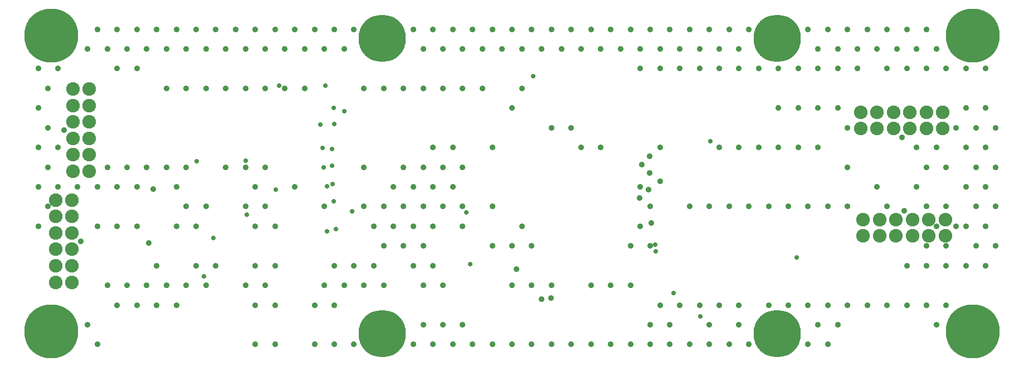
<source format=gbs>
G04*
G04 #@! TF.GenerationSoftware,Altium Limited,Altium Designer,24.0.1 (36)*
G04*
G04 Layer_Color=16711935*
%FSLAX44Y44*%
%MOMM*%
G71*
G04*
G04 #@! TF.SameCoordinates,BB923111-6D0E-4387-AAE4-9FFB48530C1F*
G04*
G04*
G04 #@! TF.FilePolarity,Negative*
G04*
G01*
G75*
%ADD24C,7.2000*%
%ADD25C,2.0750*%
%ADD26C,0.8750*%
%ADD27C,8.2000*%
%ADD28C,0.9000*%
%ADD29C,0.7000*%
D24*
X553060Y496160D02*
D03*
X1153060Y46160D02*
D03*
Y496160D02*
D03*
X553060Y46160D02*
D03*
D25*
X82550Y418770D02*
D03*
Y393770D02*
D03*
Y368770D02*
D03*
Y343770D02*
D03*
Y318770D02*
D03*
Y293770D02*
D03*
X107550Y418770D02*
D03*
Y393770D02*
D03*
Y368770D02*
D03*
Y343770D02*
D03*
Y318770D02*
D03*
Y293770D02*
D03*
X1283700Y195280D02*
D03*
X1308700D02*
D03*
X1333700D02*
D03*
X1358700D02*
D03*
X1383700D02*
D03*
X1408700D02*
D03*
X1283700Y220280D02*
D03*
X1308700D02*
D03*
X1333700D02*
D03*
X1358700D02*
D03*
X1383700D02*
D03*
X1408700D02*
D03*
X1404890Y383840D02*
D03*
X1379890D02*
D03*
X1354890D02*
D03*
X1329890D02*
D03*
X1304890D02*
D03*
X1279890D02*
D03*
X1404890Y358840D02*
D03*
X1379890D02*
D03*
X1354890D02*
D03*
X1329890D02*
D03*
X1304890D02*
D03*
X1279890D02*
D03*
X56500Y249790D02*
D03*
Y224790D02*
D03*
Y199790D02*
D03*
Y174790D02*
D03*
Y149790D02*
D03*
Y124790D02*
D03*
X81500Y249790D02*
D03*
Y224790D02*
D03*
Y199790D02*
D03*
Y174790D02*
D03*
Y149790D02*
D03*
Y124790D02*
D03*
D26*
X69150Y356270D02*
D03*
X1346200Y233680D02*
D03*
X1342390Y345440D02*
D03*
X94900Y187290D02*
D03*
D27*
X50000Y50000D02*
D03*
X1450000Y500000D02*
D03*
Y50000D02*
D03*
X50000Y500000D02*
D03*
D28*
X1470000Y450000D02*
D03*
Y390000D02*
D03*
X1485000Y360000D02*
D03*
X1470000Y330000D02*
D03*
X1485000Y300000D02*
D03*
X1470000Y270000D02*
D03*
X1485000Y240000D02*
D03*
X1470000Y210000D02*
D03*
X1485000Y180000D02*
D03*
X1470000Y150000D02*
D03*
X1440000Y450000D02*
D03*
Y390000D02*
D03*
X1455000Y360000D02*
D03*
X1440000Y330000D02*
D03*
X1455000Y300000D02*
D03*
X1440000Y270000D02*
D03*
X1455000Y240000D02*
D03*
X1440000Y210000D02*
D03*
X1455000Y180000D02*
D03*
X1440000Y150000D02*
D03*
X1410000Y450000D02*
D03*
X1425000Y360000D02*
D03*
X1410000Y150000D02*
D03*
Y90000D02*
D03*
X1380000Y510000D02*
D03*
X1395000Y480000D02*
D03*
X1380000Y450000D02*
D03*
Y150000D02*
D03*
Y90000D02*
D03*
X1395000Y60000D02*
D03*
X1350000Y510000D02*
D03*
X1365000Y480000D02*
D03*
X1350000Y450000D02*
D03*
Y150000D02*
D03*
Y90000D02*
D03*
X1320000Y510000D02*
D03*
X1335000Y480000D02*
D03*
X1320000Y450000D02*
D03*
Y90000D02*
D03*
X1290000Y510000D02*
D03*
X1305000Y480000D02*
D03*
X1290000Y90000D02*
D03*
X1260000Y510000D02*
D03*
X1275000Y480000D02*
D03*
X1260000Y90000D02*
D03*
X1230000Y510000D02*
D03*
X1245000Y480000D02*
D03*
X1230000Y90000D02*
D03*
X1245000Y60000D02*
D03*
X1230000Y30000D02*
D03*
X1200000Y510000D02*
D03*
X1215000Y480000D02*
D03*
X1200000Y90000D02*
D03*
X1215000Y60000D02*
D03*
X1200000Y30000D02*
D03*
X1170000Y90000D02*
D03*
X1140000D02*
D03*
X1110000Y510000D02*
D03*
Y30000D02*
D03*
X1080000Y510000D02*
D03*
X1095000Y480000D02*
D03*
Y60000D02*
D03*
X1080000Y30000D02*
D03*
X1050000Y510000D02*
D03*
X1065000Y480000D02*
D03*
X1050000Y30000D02*
D03*
X1020000Y510000D02*
D03*
X1035000Y480000D02*
D03*
X1020000Y30000D02*
D03*
X990000Y510000D02*
D03*
X1005000Y480000D02*
D03*
X990000Y30000D02*
D03*
X960000Y510000D02*
D03*
X975000Y480000D02*
D03*
X960000Y30000D02*
D03*
X930000Y510000D02*
D03*
X945000Y480000D02*
D03*
X930000Y30000D02*
D03*
X900000Y510000D02*
D03*
X915000Y480000D02*
D03*
X900000Y30000D02*
D03*
X870000Y510000D02*
D03*
X885000Y480000D02*
D03*
X870000Y30000D02*
D03*
X840000Y510000D02*
D03*
X855000Y480000D02*
D03*
X840000Y30000D02*
D03*
X810000Y510000D02*
D03*
X825000Y480000D02*
D03*
X810000Y30000D02*
D03*
X780000Y510000D02*
D03*
X795000Y480000D02*
D03*
X780000Y30000D02*
D03*
X750000Y510000D02*
D03*
X765000Y480000D02*
D03*
Y420000D02*
D03*
X750000Y390000D02*
D03*
Y30000D02*
D03*
X720000Y510000D02*
D03*
X735000Y480000D02*
D03*
X720000Y330000D02*
D03*
Y30000D02*
D03*
X690000Y510000D02*
D03*
X705000Y480000D02*
D03*
Y420000D02*
D03*
X690000Y30000D02*
D03*
X660000Y510000D02*
D03*
X675000Y480000D02*
D03*
Y420000D02*
D03*
X660000Y330000D02*
D03*
X675000Y300000D02*
D03*
X660000Y270000D02*
D03*
X675000Y240000D02*
D03*
Y60000D02*
D03*
X660000Y30000D02*
D03*
X630000Y510000D02*
D03*
X645000Y480000D02*
D03*
Y420000D02*
D03*
X630000Y330000D02*
D03*
X645000Y300000D02*
D03*
X630000Y270000D02*
D03*
X645000Y240000D02*
D03*
X630000Y210000D02*
D03*
Y150000D02*
D03*
X645000Y120000D02*
D03*
Y60000D02*
D03*
X630000Y30000D02*
D03*
X600000Y510000D02*
D03*
X615000Y480000D02*
D03*
Y420000D02*
D03*
Y300000D02*
D03*
X600000Y270000D02*
D03*
X615000Y240000D02*
D03*
X600000Y210000D02*
D03*
X615000Y180000D02*
D03*
X600000Y150000D02*
D03*
X615000Y120000D02*
D03*
Y60000D02*
D03*
X600000Y30000D02*
D03*
X585000Y420000D02*
D03*
Y300000D02*
D03*
X570000Y270000D02*
D03*
X585000Y240000D02*
D03*
X570000Y210000D02*
D03*
X585000Y180000D02*
D03*
X555000Y420000D02*
D03*
Y240000D02*
D03*
X540000Y210000D02*
D03*
X555000Y180000D02*
D03*
X540000Y150000D02*
D03*
X555000Y120000D02*
D03*
X510000Y510000D02*
D03*
X525000Y420000D02*
D03*
Y300000D02*
D03*
Y240000D02*
D03*
X510000Y150000D02*
D03*
X525000Y120000D02*
D03*
X510000Y30000D02*
D03*
X480000Y510000D02*
D03*
X495000Y480000D02*
D03*
X480000Y150000D02*
D03*
X495000Y120000D02*
D03*
X480000Y90000D02*
D03*
Y30000D02*
D03*
X450000Y510000D02*
D03*
X465000Y480000D02*
D03*
Y240000D02*
D03*
Y120000D02*
D03*
X450000Y90000D02*
D03*
Y30000D02*
D03*
X420000Y510000D02*
D03*
X435000Y480000D02*
D03*
Y420000D02*
D03*
X420000Y270000D02*
D03*
X390000Y510000D02*
D03*
X405000Y480000D02*
D03*
Y420000D02*
D03*
X390000Y210000D02*
D03*
Y150000D02*
D03*
Y90000D02*
D03*
Y30000D02*
D03*
X360000Y510000D02*
D03*
X375000Y480000D02*
D03*
Y420000D02*
D03*
Y300000D02*
D03*
X360000Y270000D02*
D03*
X375000Y240000D02*
D03*
X360000Y210000D02*
D03*
Y150000D02*
D03*
X375000Y120000D02*
D03*
X360000Y90000D02*
D03*
Y30000D02*
D03*
X330000Y510000D02*
D03*
X345000Y480000D02*
D03*
Y420000D02*
D03*
Y300000D02*
D03*
Y240000D02*
D03*
Y120000D02*
D03*
X300000Y510000D02*
D03*
X315000Y480000D02*
D03*
Y420000D02*
D03*
Y300000D02*
D03*
X300000Y150000D02*
D03*
X270000Y510000D02*
D03*
X285000Y480000D02*
D03*
Y420000D02*
D03*
Y240000D02*
D03*
X270000Y210000D02*
D03*
Y150000D02*
D03*
X285000Y120000D02*
D03*
X240000Y510000D02*
D03*
X255000Y480000D02*
D03*
Y420000D02*
D03*
Y300000D02*
D03*
X240000Y270000D02*
D03*
X255000Y240000D02*
D03*
X240000Y210000D02*
D03*
X255000Y120000D02*
D03*
X240000Y90000D02*
D03*
X210000Y510000D02*
D03*
X225000Y480000D02*
D03*
Y420000D02*
D03*
Y300000D02*
D03*
X210000Y150000D02*
D03*
X225000Y120000D02*
D03*
X210000Y90000D02*
D03*
X180000Y510000D02*
D03*
X195000Y480000D02*
D03*
X180000Y450000D02*
D03*
X195000Y300000D02*
D03*
X180000Y270000D02*
D03*
Y210000D02*
D03*
X195000Y120000D02*
D03*
X180000Y90000D02*
D03*
X150000Y510000D02*
D03*
X165000Y480000D02*
D03*
X150000Y450000D02*
D03*
X165000Y300000D02*
D03*
X150000Y270000D02*
D03*
Y210000D02*
D03*
X165000Y120000D02*
D03*
X150000Y90000D02*
D03*
X120000Y510000D02*
D03*
X135000Y480000D02*
D03*
Y300000D02*
D03*
X120000Y270000D02*
D03*
Y210000D02*
D03*
X135000Y120000D02*
D03*
X120000Y30000D02*
D03*
X105000Y480000D02*
D03*
X90000Y270000D02*
D03*
X105000Y60000D02*
D03*
X60000Y450000D02*
D03*
Y330000D02*
D03*
Y270000D02*
D03*
X30000Y450000D02*
D03*
X45000Y420000D02*
D03*
X30000Y390000D02*
D03*
X45000Y360000D02*
D03*
X30000Y330000D02*
D03*
X45000Y300000D02*
D03*
X30000Y270000D02*
D03*
X45000Y240000D02*
D03*
X30000Y210000D02*
D03*
X1410000Y300000D02*
D03*
Y240000D02*
D03*
X1425000Y210000D02*
D03*
X1410000Y180000D02*
D03*
X1395000Y330000D02*
D03*
X1380000Y300000D02*
D03*
Y240000D02*
D03*
X1395000Y210000D02*
D03*
X1380000Y180000D02*
D03*
X1365000Y330000D02*
D03*
Y270000D02*
D03*
X1320000Y240000D02*
D03*
X1305000Y270000D02*
D03*
X1275000Y450000D02*
D03*
X1260000Y360000D02*
D03*
Y300000D02*
D03*
Y240000D02*
D03*
X1245000Y450000D02*
D03*
Y390000D02*
D03*
X1230000Y240000D02*
D03*
X1215000Y450000D02*
D03*
Y390000D02*
D03*
Y330000D02*
D03*
X1200000Y240000D02*
D03*
X1185000Y450000D02*
D03*
Y390000D02*
D03*
Y330000D02*
D03*
X1170000Y240000D02*
D03*
X1155000Y450000D02*
D03*
Y390000D02*
D03*
Y330000D02*
D03*
X1140000Y240000D02*
D03*
X1125000Y450000D02*
D03*
Y330000D02*
D03*
X1110000Y240000D02*
D03*
X1095000Y450000D02*
D03*
Y330000D02*
D03*
X1080000Y240000D02*
D03*
X1095000Y90000D02*
D03*
X1065000Y450000D02*
D03*
Y330000D02*
D03*
X1050000Y240000D02*
D03*
X1065000Y90000D02*
D03*
X1050000Y60000D02*
D03*
X1035000Y450000D02*
D03*
X1020000Y240000D02*
D03*
X1035000Y90000D02*
D03*
X1005000Y450000D02*
D03*
Y90000D02*
D03*
X990000Y60000D02*
D03*
X975000Y450000D02*
D03*
Y330000D02*
D03*
X960000Y240000D02*
D03*
Y180000D02*
D03*
X975000Y90000D02*
D03*
X960000Y60000D02*
D03*
X945000Y450000D02*
D03*
Y270000D02*
D03*
Y210000D02*
D03*
X930000Y180000D02*
D03*
Y120000D02*
D03*
X900000D02*
D03*
X885000Y330000D02*
D03*
X870000Y120000D02*
D03*
X840000Y360000D02*
D03*
X855000Y330000D02*
D03*
X810000Y360000D02*
D03*
Y120000D02*
D03*
X780000Y180000D02*
D03*
Y120000D02*
D03*
X765000Y210000D02*
D03*
X750000Y180000D02*
D03*
Y120000D02*
D03*
X720000Y240000D02*
D03*
Y180000D02*
D03*
X675000Y210000D02*
D03*
X198120Y184150D02*
D03*
X204470Y266700D02*
D03*
X553060Y523660D02*
D03*
X573060Y516160D02*
D03*
X580560Y496160D02*
D03*
X573060Y476160D02*
D03*
X553060Y468660D02*
D03*
X533060Y476160D02*
D03*
X525560Y496160D02*
D03*
X533060Y516160D02*
D03*
X756948Y144700D02*
D03*
X795020Y99060D02*
D03*
X808990Y100330D02*
D03*
X961390Y214600D02*
D03*
X943610Y252700D02*
D03*
X957580Y265400D02*
D03*
X975360Y278130D02*
D03*
X958850Y290830D02*
D03*
X947420Y303530D02*
D03*
X958850Y316230D02*
D03*
X1153060Y73660D02*
D03*
X1173060Y66160D02*
D03*
X1180560Y46160D02*
D03*
X1173060Y26160D02*
D03*
X1153060Y18660D02*
D03*
X1133060Y26160D02*
D03*
X1125560Y46160D02*
D03*
X1133060Y66160D02*
D03*
X52070Y79570D02*
D03*
X72070Y72070D02*
D03*
X79570Y52070D02*
D03*
X72070Y32070D02*
D03*
X52070Y24570D02*
D03*
X32070Y32070D02*
D03*
X24570Y52070D02*
D03*
X32070Y72070D02*
D03*
X1153060Y523660D02*
D03*
X1173060Y516160D02*
D03*
X1180560Y496160D02*
D03*
X1173060Y476160D02*
D03*
X1153060Y468660D02*
D03*
X1133060Y476160D02*
D03*
X1125560Y496160D02*
D03*
X1133060Y516160D02*
D03*
X553060Y73660D02*
D03*
X573060Y66160D02*
D03*
X580560Y46160D02*
D03*
X573060Y26160D02*
D03*
X553060Y18660D02*
D03*
X533060Y26160D02*
D03*
X525560Y46160D02*
D03*
X533060Y66160D02*
D03*
X1450000Y527500D02*
D03*
X1470000Y520000D02*
D03*
X1477500Y500000D02*
D03*
X1470000Y480000D02*
D03*
X1450000Y472500D02*
D03*
X1430000Y480000D02*
D03*
X1422500Y500000D02*
D03*
X1430000Y520000D02*
D03*
X1450000Y77500D02*
D03*
X1470000Y70000D02*
D03*
X1477500Y50000D02*
D03*
X1470000Y30000D02*
D03*
X1450000Y22500D02*
D03*
X1430000Y30000D02*
D03*
X1422500Y50000D02*
D03*
X1430000Y70000D02*
D03*
X50000Y527500D02*
D03*
X70000Y520000D02*
D03*
X77500Y500000D02*
D03*
X70000Y480000D02*
D03*
X50000Y472500D02*
D03*
X30000Y480000D02*
D03*
X22500Y500000D02*
D03*
X30000Y520000D02*
D03*
D29*
X1051560Y339090D02*
D03*
X396240Y424100D02*
D03*
X466090D02*
D03*
X782320Y438150D02*
D03*
X680720Y231140D02*
D03*
X1036320Y72390D02*
D03*
X995680Y107950D02*
D03*
X686764Y152400D02*
D03*
X968621Y171450D02*
D03*
X967455Y181865D02*
D03*
X270510Y308610D02*
D03*
X391160Y265430D02*
D03*
X495300Y384810D02*
D03*
X458470Y364490D02*
D03*
X462280Y328930D02*
D03*
X463550Y299720D02*
D03*
X468630Y270510D02*
D03*
X506730Y232410D02*
D03*
X468630Y201930D02*
D03*
X281940Y133350D02*
D03*
X295910Y191770D02*
D03*
X346710Y227330D02*
D03*
X345440Y309880D02*
D03*
X482600Y205740D02*
D03*
X476250Y302260D02*
D03*
Y327660D02*
D03*
X480060Y365760D02*
D03*
X478790Y247650D02*
D03*
X477520Y274320D02*
D03*
X478790Y389890D02*
D03*
X1182370Y162560D02*
D03*
M02*

</source>
